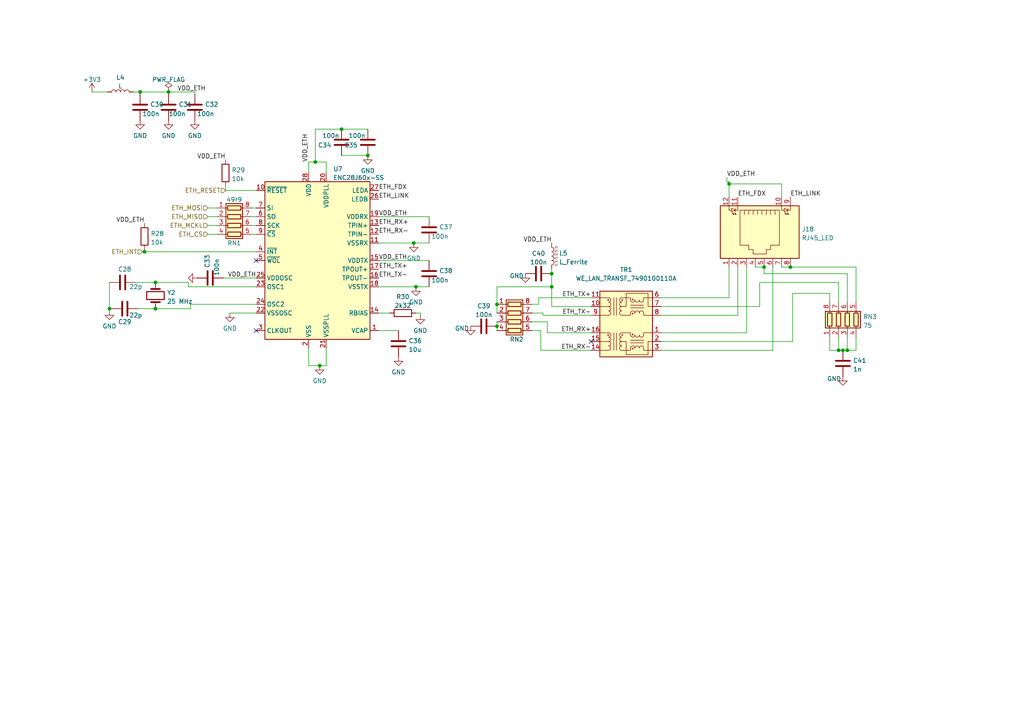
<source format=kicad_sch>
(kicad_sch (version 20211123) (generator eeschema)
  (paper "A4")
  (lib_symbols
    (symbol "Connector:RJ45_LED" (pin_names (offset 1.016))
      (property "Reference" "J" (at -5.08 13.97 0))
      (property "Value" "RJ45_LED" (at 1.27 13.97 0))
      (symbol "RJ45_LED_0_1"
        (polyline (pts (xy -7.62 -7.62) (xy -6.35 -7.62)))
        (polyline (pts (xy -7.62 -5.08) (xy -6.35 -5.08)))
        (polyline (pts (xy -7.62 7.62) (xy -6.35 7.62)))
        (polyline (pts (xy -7.62 10.16) (xy -6.35 10.16)))
        (polyline (pts (xy -6.858 -5.842) (xy -5.842 -5.842)))
        (polyline (pts (xy -6.858 9.398) (xy -5.842 9.398)))
        (polyline (pts (xy -6.35 -7.62) (xy -6.35 -6.858)))
        (polyline (pts (xy -6.35 -5.08) (xy -6.35 -5.842)))
        (polyline (pts (xy -6.35 7.62) (xy -6.35 8.382)))
        (polyline (pts (xy -6.35 10.16) (xy -6.35 9.398)))
        (polyline (pts (xy -5.08 -6.223) (xy -5.207 -6.604)))
        (polyline (pts (xy -5.08 -5.588) (xy -5.207 -5.969)))
        (polyline (pts (xy -5.08 4.445) (xy -6.35 4.445)))
        (polyline (pts (xy -5.08 5.715) (xy -6.35 5.715)))
        (polyline (pts (xy -5.08 9.017) (xy -5.207 8.636)))
        (polyline (pts (xy -5.08 9.652) (xy -5.207 9.271)))
        (polyline (pts (xy -6.35 -3.175) (xy -5.08 -3.175) (xy -5.08 -3.175)))
        (polyline (pts (xy -6.35 -1.905) (xy -5.08 -1.905) (xy -5.08 -1.905)))
        (polyline (pts (xy -6.35 -0.635) (xy -5.08 -0.635) (xy -5.08 -0.635)))
        (polyline (pts (xy -6.35 0.635) (xy -5.08 0.635) (xy -5.08 0.635)))
        (polyline (pts (xy -6.35 1.905) (xy -5.08 1.905) (xy -5.08 1.905)))
        (polyline (pts (xy -5.588 -6.731) (xy -5.08 -6.223) (xy -5.461 -6.35)))
        (polyline (pts (xy -5.588 -6.096) (xy -5.08 -5.588) (xy -5.461 -5.715)))
        (polyline (pts (xy -5.588 8.509) (xy -5.08 9.017) (xy -5.461 8.89)))
        (polyline (pts (xy -5.588 9.144) (xy -5.08 9.652) (xy -5.461 9.525)))
        (polyline (pts (xy -5.08 3.175) (xy -6.35 3.175) (xy -6.35 3.175)))
        (polyline (pts (xy -6.35 -5.842) (xy -6.858 -6.858) (xy -5.842 -6.858) (xy -6.35 -5.842)))
        (polyline (pts (xy -6.35 9.398) (xy -6.858 8.382) (xy -5.842 8.382) (xy -6.35 9.398)))
        (polyline (pts (xy -6.35 -4.445) (xy -6.35 6.985) (xy 3.81 6.985) (xy 3.81 4.445) (xy 5.08 4.445) (xy 5.08 3.175) (xy 6.35 3.175) (xy 6.35 -0.635) (xy 5.08 -0.635) (xy 5.08 -1.905) (xy 3.81 -1.905) (xy 3.81 -4.445) (xy -6.35 -4.445) (xy -6.35 -4.445)))
        (rectangle (start 7.62 12.7) (end -7.62 -10.16) (stroke (width 0.254)) (fill (type background)))
      )
      (symbol "RJ45_LED_1_1"
        (pin passive line (at 10.16 -7.62 180) (length 2.54) (name "~") (number "1"))
        (pin passive line (at -10.16 7.62 0) (length 2.54) (name "~") (number "10"))
        (pin passive line (at -10.16 -5.08 0) (length 2.54) (name "~") (number "11"))
        (pin passive line (at -10.16 -7.62 0) (length 2.54) (name "~") (number "12"))
        (pin passive line (at 10.16 -5.08 180) (length 2.54) (name "~") (number "2"))
        (pin passive line (at 10.16 -2.54 180) (length 2.54) (name "~") (number "3"))
        (pin passive line (at 10.16 0 180) (length 2.54) (name "~") (number "4"))
        (pin passive line (at 10.16 2.54 180) (length 2.54) (name "~") (number "5"))
        (pin passive line (at 10.16 5.08 180) (length 2.54) (name "~") (number "6"))
        (pin passive line (at 10.16 7.62 180) (length 2.54) (name "~") (number "7"))
        (pin passive line (at 10.16 10.16 180) (length 2.54) (name "~") (number "8"))
        (pin passive line (at -10.16 10.16 0) (length 2.54) (name "~") (number "9"))
      )
    )
    (symbol "Device:C" (pin_numbers hide) (pin_names (offset 0.254))
      (property "Reference" "C" (at 0.635 2.54 0))
      (property "Value" "C" (at 0.635 -2.54 0))
      (symbol "C_0_1"
        (polyline (pts (xy -2.032 -0.762) (xy 2.032 -0.762)) (stroke (width 0.508)))
        (polyline (pts (xy -2.032 0.762) (xy 2.032 0.762)) (stroke (width 0.508)))
      )
      (symbol "C_1_1"
        (pin passive line (at 0 3.81 270) (length 2.794) (name "~") (number "1"))
        (pin passive line (at 0 -3.81 90) (length 2.794) (name "~") (number "2"))
      )
    )
    (symbol "Device:Crystal" (pin_numbers hide) (pin_names (offset 1.016) hide)
      (property "Reference" "Y" (at 0 3.81 0))
      (property "Value" "Crystal" (at 0 -3.81 0))
      (symbol "Crystal_0_1"
        (rectangle (start -1.143 2.54) (end 1.143 -2.54) (stroke (width 0.3048)))
        (polyline (pts (xy -2.54 0) (xy -1.905 0)))
        (polyline (pts (xy -1.905 -1.27) (xy -1.905 1.27)) (stroke (width 0.508)))
        (polyline (pts (xy 1.905 -1.27) (xy 1.905 1.27)) (stroke (width 0.508)))
        (polyline (pts (xy 2.54 0) (xy 1.905 0)))
      )
      (symbol "Crystal_1_1"
        (pin passive line (at -3.81 0 0) (length 1.27) (name "1") (number "1"))
        (pin passive line (at 3.81 0 180) (length 1.27) (name "2") (number "2"))
      )
    )
    (symbol "Device:L" (pin_numbers hide) (pin_names (offset 1.016) hide)
      (property "Reference" "L" (at -1.27 0 90))
      (property "Value" "L" (at 1.905 0 90))
      (symbol "L_0_1"
        (arc (start 0 -2.54) (mid 0.635 -1.905) (end 0 -1.27))
        (arc (start 0 -1.27) (mid 0.635 -0.635) (end 0 0))
        (arc (start 0 0) (mid 0.635 0.635) (end 0 1.27))
        (arc (start 0 1.27) (mid 0.635 1.905) (end 0 2.54))
      )
      (symbol "L_1_1"
        (pin passive line (at 0 3.81 270) (length 1.27) (name "1") (number "1"))
        (pin passive line (at 0 -3.81 90) (length 1.27) (name "2") (number "2"))
      )
    )
    (symbol "Device:L_Ferrite" (pin_numbers hide) (pin_names (offset 1.016) hide)
      (property "Reference" "L" (at -1.27 0 90))
      (property "Value" "L_Ferrite" (at 2.794 0 90))
      (symbol "L_Ferrite_0_1"
        (arc (start 0 -2.54) (mid 0.635 -1.905) (end 0 -1.27))
        (arc (start 0 -1.27) (mid 0.635 -0.635) (end 0 0))
        (polyline (pts (xy 1.016 -2.794) (xy 1.016 -2.286)))
        (polyline (pts (xy 1.016 -1.778) (xy 1.016 -1.27)))
        (polyline (pts (xy 1.016 -0.762) (xy 1.016 -0.254)))
        (polyline (pts (xy 1.016 0.254) (xy 1.016 0.762)))
        (polyline (pts (xy 1.016 1.27) (xy 1.016 1.778)))
        (polyline (pts (xy 1.016 2.286) (xy 1.016 2.794)))
        (polyline (pts (xy 1.524 -2.286) (xy 1.524 -2.794)))
        (polyline (pts (xy 1.524 -1.27) (xy 1.524 -1.778)))
        (polyline (pts (xy 1.524 -0.254) (xy 1.524 -0.762)))
        (polyline (pts (xy 1.524 0.762) (xy 1.524 0.254)))
        (polyline (pts (xy 1.524 1.778) (xy 1.524 1.27)))
        (polyline (pts (xy 1.524 2.794) (xy 1.524 2.286)))
        (arc (start 0 0) (mid 0.635 0.635) (end 0 1.27))
        (arc (start 0 1.27) (mid 0.635 1.905) (end 0 2.54))
      )
      (symbol "L_Ferrite_1_1"
        (pin passive line (at 0 3.81 270) (length 1.27) (name "1") (number "1"))
        (pin passive line (at 0 -3.81 90) (length 1.27) (name "2") (number "2"))
      )
    )
    (symbol "Device:R" (pin_numbers hide) (pin_names (offset 0))
      (property "Reference" "R" (at 2.032 0 90))
      (property "Value" "R" (at 0 0 90))
      (symbol "R_0_1"
        (rectangle (start -1.016 -2.54) (end 1.016 2.54) (stroke (width 0.254)))
      )
      (symbol "R_1_1"
        (pin passive line (at 0 3.81 270) (length 1.27) (name "~") (number "1"))
        (pin passive line (at 0 -3.81 90) (length 1.27) (name "~") (number "2"))
      )
    )
    (symbol "Device:R_Pack04" (pin_names (offset 0) hide)
      (property "Reference" "RN" (at -7.62 0 90))
      (property "Value" "R_Pack04" (at 5.08 0 90))
      (symbol "R_Pack04_0_1"
        (rectangle (start -6.35 -2.413) (end 3.81 2.413) (stroke (width 0.254)) (fill (type background)))
        (rectangle (start -5.715 1.905) (end -4.445 -1.905) (stroke (width 0.254)))
        (rectangle (start -3.175 1.905) (end -1.905 -1.905) (stroke (width 0.254)))
        (rectangle (start -0.635 1.905) (end 0.635 -1.905) (stroke (width 0.254)))
        (polyline (pts (xy -5.08 -2.54) (xy -5.08 -1.905)))
        (polyline (pts (xy -5.08 1.905) (xy -5.08 2.54)))
        (polyline (pts (xy -2.54 -2.54) (xy -2.54 -1.905)))
        (polyline (pts (xy -2.54 1.905) (xy -2.54 2.54)))
        (polyline (pts (xy 0 -2.54) (xy 0 -1.905)))
        (polyline (pts (xy 0 1.905) (xy 0 2.54)))
        (polyline (pts (xy 2.54 -2.54) (xy 2.54 -1.905)))
        (polyline (pts (xy 2.54 1.905) (xy 2.54 2.54)))
        (rectangle (start 1.905 1.905) (end 3.175 -1.905) (stroke (width 0.254)))
      )
      (symbol "R_Pack04_1_1"
        (pin passive line (at -5.08 -5.08 90) (length 2.54) (name "R1.1") (number "1"))
        (pin passive line (at -2.54 -5.08 90) (length 2.54) (name "R2.1") (number "2"))
        (pin passive line (at 0 -5.08 90) (length 2.54) (name "R3.1") (number "3"))
        (pin passive line (at 2.54 -5.08 90) (length 2.54) (name "R4.1") (number "4"))
        (pin passive line (at 2.54 5.08 270) (length 2.54) (name "R4.2") (number "5"))
        (pin passive line (at 0 5.08 270) (length 2.54) (name "R3.2") (number "6"))
        (pin passive line (at -2.54 5.08 270) (length 2.54) (name "R2.2") (number "7"))
        (pin passive line (at -5.08 5.08 270) (length 2.54) (name "R1.2") (number "8"))
      )
    )
    (symbol "Interface_Ethernet:ENC28J60x-SS"
      (property "Reference" "U" (at -13.97 24.13 0))
      (property "Value" "ENC28J60x-SS" (at 5.08 24.13 0))
      (symbol "ENC28J60x-SS_0_1"
        (rectangle (start -15.24 22.86) (end 15.24 -22.86) (stroke (width 0.254)) (fill (type background)))
      )
      (symbol "ENC28J60x-SS_1_1"
        (pin input line (at 17.78 -20.32 180) (length 2.54) (name "VCAP") (number "1"))
        (pin input line (at -17.78 20.32 0) (length 2.54) (name "~{RESET}") (number "10"))
        (pin power_in line (at 17.78 5.08 180) (length 2.54) (name "VSSRX") (number "11"))
        (pin input line (at 17.78 7.62 180) (length 2.54) (name "TPIN-") (number "12"))
        (pin input line (at 17.78 10.16 180) (length 2.54) (name "TPIN+") (number "13"))
        (pin input line (at 17.78 -15.24 180) (length 2.54) (name "RBIAS") (number "14"))
        (pin power_in line (at 17.78 0 180) (length 2.54) (name "VDDTX") (number "15"))
        (pin output line (at 17.78 -5.08 180) (length 2.54) (name "TPOUT-") (number "16"))
        (pin output line (at 17.78 -2.54 180) (length 2.54) (name "TPOUT+") (number "17"))
        (pin power_in line (at 17.78 -7.62 180) (length 2.54) (name "VSSTX") (number "18"))
        (pin power_in line (at 17.78 12.7 180) (length 2.54) (name "VDDRX") (number "19"))
        (pin power_in line (at -2.54 -25.4 90) (length 2.54) (name "VSS") (number "2"))
        (pin power_in line (at 2.54 25.4 270) (length 2.54) (name "VDDPLL") (number "20"))
        (pin power_in line (at 2.54 -25.4 90) (length 2.54) (name "VSSPLL") (number "21"))
        (pin power_in line (at -17.78 -15.24 0) (length 2.54) (name "VSSOSC") (number "22"))
        (pin input line (at -17.78 -7.62 0) (length 2.54) (name "OSC1") (number "23"))
        (pin input line (at -17.78 -12.7 0) (length 2.54) (name "OSC2") (number "24"))
        (pin power_in line (at -17.78 -5.08 0) (length 2.54) (name "VDDOSC") (number "25"))
        (pin output line (at 17.78 17.78 180) (length 2.54) (name "LEDB") (number "26"))
        (pin output line (at 17.78 20.32 180) (length 2.54) (name "LEDA") (number "27"))
        (pin power_in line (at -2.54 25.4 270) (length 2.54) (name "VDD") (number "28"))
        (pin output line (at -17.78 -20.32 0) (length 2.54) (name "CLKOUT") (number "3"))
        (pin output line (at -17.78 2.54 0) (length 2.54) (name "~{INT}") (number "4"))
        (pin output line (at -17.78 0 0) (length 2.54) (name "~{WOL}") (number "5"))
        (pin output line (at -17.78 12.7 0) (length 2.54) (name "SO") (number "6"))
        (pin input line (at -17.78 15.24 0) (length 2.54) (name "SI") (number "7"))
        (pin input line (at -17.78 10.16 0) (length 2.54) (name "SCK") (number "8"))
        (pin input line (at -17.78 7.62 0) (length 2.54) (name "~{CS}") (number "9"))
      )
    )
    (symbol "myLibrary:GND" (power) (pin_names (offset 0))
      (property "Value" "GND" (at 0 -3.81 0))
      (symbol "GND_0_1"
        (polyline (pts (xy 0 0) (xy 0 -1.27) (xy 1.27 -1.27) (xy 0 -2.54) (xy -1.27 -1.27) (xy 0 -1.27)))
      )
      (symbol "GND_1_1"
        (pin power_in line (at 0 0 270) (length 0) hide (name "GND") (number "1"))
      )
    )
    (symbol "myLibrary:WE_LAN_TRANSF_7490100110A" (pin_names hide)
      (property "Reference" "TR" (at 0 10.795 0))
      (property "Value" "WE_LAN_TRANSF_7490100110A" (at 0 -10.795 0))
      (property "rs" "135-3919" (at 0 0 0))
      (symbol "WE_LAN_TRANSF_7490100110A_0_1"
        (rectangle (start -7.62 9.525) (end 7.62 -9.525) (stroke (width 0.254)) (fill (type background)))
        (circle (center -5.207 6.985) (radius 0.1778))
        (arc (start -5.08 6.35) (mid -4.445 6.985) (end -5.08 7.62))
        (polyline (pts (xy -5.08 2.54) (xy -7.62 2.54)))
        (polyline (pts (xy -5.08 5.08) (xy -7.62 5.08)))
        (polyline (pts (xy -5.08 7.62) (xy -7.62 7.62)))
        (polyline (pts (xy -3.556 -2.54) (xy -3.556 -7.62)))
        (polyline (pts (xy -3.556 2.54) (xy -3.556 7.62)))
        (polyline (pts (xy -2.794 -7.62) (xy -2.794 -2.54)))
        (polyline (pts (xy -2.794 7.62) (xy -2.794 2.54)))
        (polyline (pts (xy 1.27 4.699) (xy 5.08 4.699)))
        (polyline (pts (xy 1.27 5.461) (xy 5.08 5.461)))
        (polyline (pts (xy -1.27 2.54) (xy 1.27 2.54) (xy 1.27 3.175)))
        (polyline (pts (xy 1.27 6.985) (xy 1.27 7.62) (xy -1.27 7.62)))
        (polyline (pts (xy 5.08 3.175) (xy 5.08 2.54) (xy 7.62 2.54)))
        (polyline (pts (xy 5.08 6.985) (xy 5.08 7.62) (xy 7.62 7.62)))
        (polyline (pts (xy -1.27 5.08) (xy 0 5.08) (xy 0 8.89) (xy 6.35 8.89) (xy 6.35 5.08) (xy 7.62 5.08)))
      )
      (symbol "WE_LAN_TRANSF_7490100110A_1_1"
        (circle (center -5.207 -3.175) (radius 0.1778))
        (arc (start -5.08 -7.62) (mid -4.445 -6.985) (end -5.08 -6.35))
        (arc (start -5.08 -6.35) (mid -4.445 -5.715) (end -5.08 -5.08))
        (arc (start -5.08 -5.08) (mid -4.445 -4.445) (end -5.08 -3.81))
        (arc (start -5.08 -3.81) (mid -4.445 -3.175) (end -5.08 -2.54))
        (arc (start -5.08 2.54) (mid -4.445 3.175) (end -5.08 3.81))
        (arc (start -5.08 3.81) (mid -4.445 4.445) (end -5.08 5.08))
        (arc (start -5.08 5.08) (mid -4.445 5.715) (end -5.08 6.35))
        (arc (start -1.27 -6.35) (mid -1.905 -6.985) (end -1.27 -7.62))
        (arc (start -1.27 -5.08) (mid -1.905 -5.715) (end -1.27 -6.35))
        (arc (start -1.27 -3.81) (mid -1.905 -4.445) (end -1.27 -5.08))
        (arc (start -1.27 -2.54) (mid -1.905 -3.175) (end -1.27 -3.81))
        (arc (start -1.27 3.81) (mid -1.905 3.175) (end -1.27 2.54))
        (arc (start -1.27 5.08) (mid -1.905 4.445) (end -1.27 3.81))
        (arc (start -1.27 6.35) (mid -1.905 5.715) (end -1.27 5.08))
        (arc (start -1.27 7.62) (mid -1.905 6.985) (end -1.27 6.35))
        (circle (center -1.143 -3.175) (radius 0.1778))
        (circle (center -1.143 6.985) (radius 0.1778))
        (polyline (pts (xy -5.08 -7.62) (xy -7.62 -7.62)))
        (polyline (pts (xy -5.08 -5.08) (xy -7.62 -5.08)))
        (polyline (pts (xy -5.08 -2.54) (xy -7.62 -2.54)))
        (polyline (pts (xy 1.27 -5.461) (xy 5.08 -5.461)))
        (polyline (pts (xy 1.27 -4.699) (xy 5.08 -4.699)))
        (polyline (pts (xy -1.27 -7.62) (xy 1.27 -7.62) (xy 1.27 -6.985)))
        (polyline (pts (xy 1.27 -3.175) (xy 1.27 -2.54) (xy -1.27 -2.54)))
        (polyline (pts (xy 5.08 -6.985) (xy 5.08 -7.62) (xy 7.62 -7.62)))
        (polyline (pts (xy 5.08 -3.175) (xy 5.08 -2.54) (xy 7.62 -2.54)))
        (polyline (pts (xy 7.62 -5.08) (xy 6.35 -5.08) (xy 6.35 -8.89) (xy 0 -8.89) (xy 0 -5.08) (xy -1.27 -5.08)))
        (arc (start 1.27 -3.175) (mid 1.905 -3.81) (end 2.54 -3.175))
        (arc (start 1.27 6.985) (mid 1.905 6.35) (end 2.54 6.985))
        (circle (center 1.905 -7.112) (radius 0.1778))
        (circle (center 1.905 -3.048) (radius 0.1778))
        (circle (center 1.905 3.048) (radius 0.1778))
        (circle (center 1.905 7.112) (radius 0.1778))
        (arc (start 2.54 -6.985) (mid 1.905 -6.35) (end 1.27 -6.985))
        (arc (start 2.54 -3.175) (mid 3.175 -3.81) (end 3.81 -3.175))
        (arc (start 2.54 3.175) (mid 1.905 3.81) (end 1.27 3.175))
        (arc (start 2.54 6.985) (mid 3.175 6.35) (end 3.81 6.985))
        (arc (start 3.81 -6.985) (mid 3.175 -6.35) (end 2.54 -6.985))
        (arc (start 3.81 -3.175) (mid 4.445 -3.81) (end 5.08 -3.175))
        (arc (start 3.81 3.175) (mid 3.175 3.81) (end 2.54 3.175))
        (arc (start 3.81 6.985) (mid 4.445 6.35) (end 5.08 6.985))
        (arc (start 5.08 -6.985) (mid 4.445 -6.35) (end 3.81 -6.985))
        (arc (start 5.08 3.175) (mid 4.445 3.81) (end 3.81 3.175))
        (pin passive line (at 10.16 -2.54 180) (length 2.54) (name "TX-") (number "1"))
        (pin passive line (at -10.16 5.08 0) (length 2.54) (name "C_RD") (number "10"))
        (pin passive line (at -10.16 7.62 0) (length 2.54) (name "RD-") (number "11"))
        (pin passive line (at -10.16 -7.62 0) (length 2.54) (name "TD+") (number "14"))
        (pin passive line (at -10.16 -5.08 0) (length 2.54) (name "C_TD") (number "15"))
        (pin passive line (at -10.16 -2.54 0) (length 2.54) (name "TD-") (number "16"))
        (pin passive line (at 10.16 -5.08 180) (length 2.54) (name "C_TX") (number "2"))
        (pin passive line (at 10.16 -7.62 180) (length 2.54) (name "TX+") (number "3"))
        (pin passive line (at 10.16 7.62 180) (length 2.54) (name "RX-") (number "6"))
        (pin passive line (at 10.16 5.08 180) (length 2.54) (name "C_RX") (number "7"))
        (pin passive line (at 10.16 2.54 180) (length 2.54) (name "RX+") (number "8"))
        (pin passive line (at -10.16 2.54 0) (length 2.54) (name "RD+") (number "9"))
      )
    )
    (symbol "power:+3V3" (power) (pin_names (offset 0))
      (property "Value" "+3V3" (at 0 3.556 0))
      (symbol "+3V3_0_1"
        (polyline (pts (xy -0.762 1.27) (xy 0 2.54)))
        (polyline (pts (xy 0 0) (xy 0 2.54)))
        (polyline (pts (xy 0 2.54) (xy 0.762 1.27)))
      )
      (symbol "+3V3_1_1"
        (pin power_in line (at 0 0 90) (length 0) hide (name "+3V3") (number "1"))
      )
    )
    (symbol "power:PWR_FLAG" (power) (pin_numbers hide) (pin_names (offset 0) hide)
      (property "Value" "PWR_FLAG" (at 0 3.81 0))
      (symbol "PWR_FLAG_0_0"
        (pin power_out line (at 0 0 90) (length 0) (name "pwr") (number "1"))
      )
      (symbol "PWR_FLAG_0_1"
        (polyline (pts (xy 0 0) (xy 0 1.27) (xy -1.016 1.905) (xy 0 2.54) (xy 1.016 1.905) (xy 0 1.27)))
      )
    )
  )
  (junction (at 244.475 101.6))
  (junction (at 229.235 77.47))
  (junction (at 31.75 89.535))
  (junction (at 45.085 89.535))
  (junction (at 91.44 46.99))
  (junction (at 45.085 81.915))
  (junction (at 144.145 88.265))
  (junction (at 160.02 83.185))
  (junction (at 221.615 77.47))
  (junction (at 40.64 26.67))
  (junction (at 120.65 83.185))
  (junction (at 92.71 106.045))
  (junction (at 106.68 45.085))
  (junction (at 245.745 101.6))
  (junction (at 120.015 70.485))
  (junction (at 144.145 94.615))
  (junction (at 160.02 79.375))
  (junction (at 243.205 101.6))
  (junction (at 41.91 73.025))
  (junction (at 211.455 53.34))
  (junction (at 48.895 26.67))
  (junction (at 99.06 37.465))
  (no_connect (at 74.295 95.885))
  (no_connect (at 171.45 99.06))
  (no_connect (at 74.295 75.565))
  (wire (pts (xy 171.45 88.9) (xy 160.02 88.9)))
  (wire (pts (xy 157.48 90.805) (xy 154.305 90.805)))
  (wire (pts (xy 60.325 67.945) (xy 62.865 67.945)))
  (wire (pts (xy 26.67 26.67) (xy 31.115 26.67)))
  (wire (pts (xy 240.665 85.09) (xy 240.665 87.63)))
  (wire (pts (xy 89.535 100.965) (xy 89.535 106.045)))
  (wire (pts (xy 144.145 94.615) (xy 144.145 95.885)))
  (wire (pts (xy 240.665 101.6) (xy 243.205 101.6)))
  (wire (pts (xy 31.75 89.535) (xy 32.385 89.535)))
  (wire (pts (xy 60.325 62.865) (xy 62.865 62.865)))
  (wire (pts (xy 216.535 96.52) (xy 216.535 77.47)))
  (wire (pts (xy 54.61 83.185) (xy 54.61 81.915)))
  (wire (pts (xy 245.745 97.79) (xy 245.745 101.6)))
  (wire (pts (xy 40.005 89.535) (xy 45.085 89.535)))
  (wire (pts (xy 213.995 91.44) (xy 213.995 77.47)))
  (wire (pts (xy 109.855 75.565) (xy 124.46 75.565)))
  (wire (pts (xy 31.75 81.915) (xy 31.75 89.535)))
  (wire (pts (xy 160.02 78.105) (xy 160.02 79.375)))
  (wire (pts (xy 99.06 37.465) (xy 106.68 37.465)))
  (wire (pts (xy 54.61 81.915) (xy 45.085 81.915)))
  (wire (pts (xy 154.305 88.265) (xy 156.21 88.265)))
  (wire (pts (xy 160.02 83.185) (xy 160.02 88.9)))
  (wire (pts (xy 219.075 77.47) (xy 221.615 77.47)))
  (wire (pts (xy 94.615 100.965) (xy 94.615 106.045)))
  (wire (pts (xy 120.65 90.805) (xy 121.92 90.805)))
  (wire (pts (xy 156.21 86.36) (xy 171.45 86.36)))
  (wire (pts (xy 94.615 46.99) (xy 91.44 46.99)))
  (wire (pts (xy 156.21 88.265) (xy 156.21 86.36)))
  (wire (pts (xy 99.06 45.085) (xy 106.68 45.085)))
  (wire (pts (xy 220.345 81.915) (xy 220.345 88.9)))
  (wire (pts (xy 158.75 96.52) (xy 171.45 96.52)))
  (wire (pts (xy 64.77 80.645) (xy 74.295 80.645)))
  (wire (pts (xy 109.855 90.805) (xy 113.03 90.805)))
  (wire (pts (xy 55.245 89.535) (xy 55.245 88.265)))
  (wire (pts (xy 224.155 77.47) (xy 224.155 101.6)))
  (wire (pts (xy 226.695 77.47) (xy 229.235 77.47)))
  (wire (pts (xy 158.75 93.345) (xy 158.75 96.52)))
  (wire (pts (xy 229.87 99.06) (xy 229.87 85.09)))
  (wire (pts (xy 73.025 65.405) (xy 74.295 65.405)))
  (wire (pts (xy 191.77 96.52) (xy 216.535 96.52)))
  (wire (pts (xy 248.285 97.79) (xy 248.285 101.6)))
  (wire (pts (xy 243.205 101.6) (xy 244.475 101.6)))
  (wire (pts (xy 60.325 65.405) (xy 62.865 65.405)))
  (wire (pts (xy 210.82 52.705) (xy 210.82 51.435)))
  (wire (pts (xy 160.02 79.375) (xy 160.02 83.185)))
  (wire (pts (xy 55.245 88.265) (xy 74.295 88.265)))
  (wire (pts (xy 245.745 101.6) (xy 244.475 101.6)))
  (wire (pts (xy 89.535 106.045) (xy 92.71 106.045)))
  (wire (pts (xy 171.45 91.44) (xy 157.48 91.44)))
  (wire (pts (xy 73.025 62.865) (xy 74.295 62.865)))
  (wire (pts (xy 157.48 91.44) (xy 157.48 90.805)))
  (wire (pts (xy 41.275 73.025) (xy 41.91 73.025)))
  (wire (pts (xy 243.205 87.63) (xy 243.205 81.915)))
  (wire (pts (xy 74.295 83.185) (xy 54.61 83.185)))
  (wire (pts (xy 211.455 57.15) (xy 211.455 53.34)))
  (wire (pts (xy 73.025 60.325) (xy 74.295 60.325)))
  (wire (pts (xy 248.285 87.63) (xy 248.285 77.47)))
  (wire (pts (xy 154.305 93.345) (xy 158.75 93.345)))
  (wire (pts (xy 109.855 70.485) (xy 120.015 70.485)))
  (wire (pts (xy 221.615 77.47) (xy 221.615 79.375)))
  (wire (pts (xy 156.845 101.6) (xy 171.45 101.6)))
  (wire (pts (xy 156.845 95.885) (xy 156.845 101.6)))
  (wire (pts (xy 73.025 67.945) (xy 74.295 67.945)))
  (wire (pts (xy 226.695 57.15) (xy 226.695 53.34)))
  (wire (pts (xy 91.44 37.465) (xy 91.44 46.99)))
  (wire (pts (xy 94.615 50.165) (xy 94.615 46.99)))
  (wire (pts (xy 120.015 70.485) (xy 124.46 70.485)))
  (wire (pts (xy 191.77 86.36) (xy 211.455 86.36)))
  (wire (pts (xy 144.145 88.265) (xy 144.145 90.805)))
  (wire (pts (xy 245.745 87.63) (xy 245.745 79.375)))
  (wire (pts (xy 211.455 53.34) (xy 211.455 52.705)))
  (wire (pts (xy 144.145 93.345) (xy 144.145 94.615)))
  (wire (pts (xy 160.02 83.185) (xy 144.145 83.185)))
  (wire (pts (xy 91.44 46.99) (xy 89.535 46.99)))
  (wire (pts (xy 66.675 90.805) (xy 74.295 90.805)))
  (wire (pts (xy 109.855 83.185) (xy 120.65 83.185)))
  (wire (pts (xy 120.65 83.185) (xy 124.46 83.185)))
  (wire (pts (xy 226.695 53.34) (xy 211.455 53.34)))
  (wire (pts (xy 144.145 83.185) (xy 144.145 88.265)))
  (wire (pts (xy 243.205 81.915) (xy 220.345 81.915)))
  (wire (pts (xy 38.735 26.67) (xy 40.64 26.67)))
  (wire (pts (xy 74.295 55.245) (xy 65.405 55.245)))
  (wire (pts (xy 248.285 101.6) (xy 245.745 101.6)))
  (wire (pts (xy 248.285 77.47) (xy 229.235 77.47)))
  (wire (pts (xy 191.77 99.06) (xy 229.87 99.06)))
  (wire (pts (xy 109.855 95.885) (xy 115.57 95.885)))
  (wire (pts (xy 48.895 26.67) (xy 48.895 27.305)))
  (wire (pts (xy 154.305 95.885) (xy 156.845 95.885)))
  (wire (pts (xy 109.855 62.865) (xy 124.46 62.865)))
  (wire (pts (xy 211.455 86.36) (xy 211.455 77.47)))
  (wire (pts (xy 45.085 89.535) (xy 55.245 89.535)))
  (wire (pts (xy 41.91 73.025) (xy 41.91 72.39)))
  (wire (pts (xy 121.92 90.805) (xy 121.92 91.44)))
  (wire (pts (xy 60.325 60.325) (xy 62.865 60.325)))
  (wire (pts (xy 220.345 88.9) (xy 191.77 88.9)))
  (wire (pts (xy 94.615 106.045) (xy 92.71 106.045)))
  (wire (pts (xy 245.745 79.375) (xy 221.615 79.375)))
  (wire (pts (xy 243.205 97.79) (xy 243.205 101.6)))
  (wire (pts (xy 191.77 91.44) (xy 213.995 91.44)))
  (wire (pts (xy 229.87 85.09) (xy 240.665 85.09)))
  (wire (pts (xy 211.455 52.705) (xy 210.82 52.705)))
  (wire (pts (xy 40.64 26.67) (xy 48.895 26.67)))
  (wire (pts (xy 41.91 73.025) (xy 74.295 73.025)))
  (wire (pts (xy 191.77 101.6) (xy 224.155 101.6)))
  (wire (pts (xy 39.37 81.915) (xy 45.085 81.915)))
  (wire (pts (xy 48.895 26.67) (xy 56.515 26.67)))
  (wire (pts (xy 40.64 26.67) (xy 40.64 27.305)))
  (wire (pts (xy 56.515 26.67) (xy 56.515 27.305)))
  (wire (pts (xy 89.535 46.99) (xy 89.535 50.165)))
  (wire (pts (xy 240.665 97.79) (xy 240.665 101.6)))
  (wire (pts (xy 65.405 55.245) (xy 65.405 53.975)))
  (wire (pts (xy 31.75 89.535) (xy 31.75 90.17)))
  (wire (pts (xy 99.06 37.465) (xy 91.44 37.465)))
  (label "ETH_TX+" (at 109.855 78.105 0))
  (label "VDD_ETH" (at 210.82 51.435 0))
  (label "ETH_FDX" (at 109.855 55.245 0))
  (label "ETH_TX+" (at 171.45 86.36 180))
  (label "VDD_ETH" (at 41.91 64.77 180))
  (label "ETH_RX+" (at 109.855 65.405 0))
  (label "ETH_RX+" (at 171.45 96.52 180))
  (label "ETH_LINK" (at 229.235 57.15 0))
  (label "VDD_ETH" (at 51.435 26.67 0))
  (label "VDD_ETH" (at 74.295 80.645 180))
  (label "ETH_FDX" (at 213.995 57.15 0))
  (label "ETH_RX-" (at 109.855 67.945 0))
  (label "ETH_TX-" (at 171.45 91.44 180))
  (label "VDD_ETH" (at 65.405 46.355 180))
  (label "ETH_TX-" (at 109.855 80.645 0))
  (label "ETH_RX-" (at 171.45 101.6 180))
  (label "VDD_ETH" (at 109.855 62.865 0))
  (label "VDD_ETH" (at 160.02 70.485 180))
  (label "VDD_ETH" (at 89.535 46.99 90))
  (label "VDD_ETH" (at 109.855 75.565 0))
  (label "ETH_LINK" (at 109.855 57.785 0))
  (hierarchical_label "ETH_CS" (shape input) (at 60.325 67.945 180))
  (hierarchical_label "ETH_RESET" (shape input) (at 65.405 55.245 180))
  (hierarchical_label "ETH_MOSI" (shape input) (at 60.325 60.325 180))
  (hierarchical_label "ETH_INT" (shape input) (at 41.275 73.025 180))
  (hierarchical_label "ETH_MCKL" (shape input) (at 60.325 65.405 180))
  (hierarchical_label "ETH_MISO" (shape input) (at 60.325 62.865 180))
  (symbol (lib_id "power:PWR_FLAG") (at 48.895 26.67 0) (unit 1)
    (property "Reference" "#FLG0103" (effects hide))
    (property "Value" "PWR_FLAG" (at 48.895 23.0942 0))
  )
  (symbol (lib_id "Device:C") (at 244.475 105.41 0) (unit 1)
    (property "Reference" "C41" (at 247.396 104.5753 0) (effects (justify left)))
    (property "Value" "1n" (at 247.396 107.1122 0) (effects (justify left)))
    (property "Footprint" "Capacitor_SMD:C_0201_0603Metric_Pad0.64x0.40mm_HandSolder" (effects hide))
  )
  (symbol (lib_id "myLibrary:GND") (at 115.57 103.505 0) (unit 1)
    (property "Reference" "#PWR0129" (effects hide))
    (property "Value" "GND" (at 115.57 107.9484 0))
  )
  (symbol (lib_id "myLibrary:GND") (at 106.68 45.085 0) (unit 1)
    (property "Reference" "#PWR0134" (effects hide))
    (property "Value" "GND" (at 106.68 49.5284 0))
  )
  (symbol (lib_id "myLibrary:GND") (at 121.92 91.44 0) (unit 1)
    (property "Reference" "#PWR0130" (effects hide))
    (property "Value" "GND" (at 121.92 95.8834 0))
  )
  (symbol (lib_id "Device:C") (at 124.46 66.675 0) (unit 1)
    (property "Reference" "C37" (at 127.381 65.8403 0) (effects (justify left)))
    (property "Value" "100n" (at 125.095 68.58 0) (effects (justify left)))
    (property "Footprint" "Capacitor_SMD:C_0603_1608Metric_Pad1.08x0.95mm_HandSolder" (effects hide))
  )
  (symbol (lib_id "Device:C") (at 140.335 94.615 90) (unit 1)
    (property "Reference" "C39" (at 140.335 88.7562 90))
    (property "Value" "100n" (at 140.335 91.2931 90))
    (property "Footprint" "Capacitor_SMD:C_0201_0603Metric_Pad0.64x0.40mm_HandSolder" (effects hide))
  )
  (symbol (lib_id "myLibrary:GND") (at 48.895 34.925 0) (unit 1)
    (property "Reference" "#PWR0137" (effects hide))
    (property "Value" "GND" (at 48.895 39.3684 0))
  )
  (symbol (lib_id "myLibrary:GND") (at 152.4 79.375 0) (unit 1)
    (property "Reference" "#PWR0127" (effects hide))
    (property "Value" "GND" (at 149.86 80.01 0))
  )
  (symbol (lib_id "myLibrary:GND") (at 66.675 90.805 0) (unit 1)
    (property "Reference" "#PWR0135" (effects hide))
    (property "Value" "GND" (at 66.675 95.2484 0))
  )
  (symbol (lib_id "myLibrary:GND") (at 244.475 109.22 0) (unit 1)
    (property "Reference" "#PWR0132" (effects hide))
    (property "Value" "GND" (at 241.935 109.855 0))
  )
  (symbol (lib_id "myLibrary:GND") (at 120.015 70.485 0) (unit 1)
    (property "Reference" "#PWR0128" (effects hide))
    (property "Value" "GND" (at 120.015 74.9284 0))
  )
  (symbol (lib_id "Device:C") (at 36.195 89.535 90) (unit 1)
    (property "Reference" "C29" (at 36.195 93.345 90))
    (property "Value" "22p" (at 39.37 91.44 90))
    (property "Footprint" "Capacitor_SMD:C_0603_1608Metric_Pad1.08x0.95mm_HandSolder" (effects hide))
  )
  (symbol (lib_id "Device:C") (at 35.56 81.915 90) (unit 1)
    (property "Reference" "C28" (at 36.195 78.105 90))
    (property "Value" "22p" (at 39.37 83.185 90))
    (property "Footprint" "Capacitor_SMD:C_0603_1608Metric_Pad1.08x0.95mm_HandSolder" (effects hide))
  )
  (symbol (lib_id "Device:C") (at 48.895 31.115 0) (unit 1)
    (property "Reference" "C31" (at 51.816 30.2803 0) (effects (justify left)))
    (property "Value" "100n" (at 48.895 33.02 0) (effects (justify left)))
    (property "Footprint" "Capacitor_SMD:C_0603_1608Metric_Pad1.08x0.95mm_HandSolder" (effects hide))
  )
  (symbol (lib_id "myLibrary:GND") (at 31.75 90.17 0) (unit 1)
    (property "Reference" "#PWR0140" (effects hide))
    (property "Value" "GND" (at 31.75 94.6134 0))
  )
  (symbol (lib_id "Connector:RJ45_LED") (at 219.075 67.31 270) (unit 1)
    (property "Reference" "J18" (at 232.537 66.4753 90) (effects (justify left)))
    (property "Value" "RJ45_LED" (at 232.537 69.0122 90) (effects (justify left)))
    (property "Footprint" "Connector_RJ:RJ45_Amphenol_RJHSE538X" (effects hide))
  )
  (symbol (lib_id "myLibrary:GND") (at 136.525 94.615 0) (unit 1)
    (property "Reference" "#PWR0131" (effects hide))
    (property "Value" "GND" (at 133.985 95.25 0))
  )
  (symbol (lib_id "Device:C") (at 156.21 79.375 90) (unit 1)
    (property "Reference" "C40" (at 156.21 73.5162 90))
    (property "Value" "100n" (at 156.21 76.0531 90))
    (property "Footprint" "Capacitor_SMD:C_0201_0603Metric_Pad0.64x0.40mm_HandSolder" (effects hide))
  )
  (symbol (lib_id "myLibrary:GND") (at 40.64 34.925 0) (unit 1)
    (property "Reference" "#PWR0136" (effects hide))
    (property "Value" "GND" (at 40.64 39.3684 0))
  )
  (symbol (lib_id "Device:Crystal") (at 45.085 85.725 90) (unit 1)
    (property "Reference" "Y2" (at 48.4124 84.8903 90) (effects (justify right)))
    (property "Value" "25 MHz" (at 48.4124 87.4272 90) (effects (justify right)))
    (property "Footprint" "Crystal:Crystal_SMD_HC49-SD" (effects hide))
  )
  (symbol (lib_id "Device:C") (at 124.46 79.375 0) (unit 1)
    (property "Reference" "C38" (at 127.381 78.5403 0) (effects (justify left)))
    (property "Value" "100n" (at 125.095 81.28 0) (effects (justify left)))
    (property "Footprint" "Capacitor_SMD:C_0603_1608Metric_Pad1.08x0.95mm_HandSolder" (effects hide))
  )
  (symbol (lib_id "Device:C") (at 56.515 31.115 0) (unit 1)
    (property "Reference" "C32" (at 59.436 30.2803 0) (effects (justify left)))
    (property "Value" "100n" (at 57.15 33.02 0) (effects (justify left)))
    (property "Footprint" "Capacitor_SMD:C_0603_1608Metric_Pad1.08x0.95mm_HandSolder" (effects hide))
  )
  (symbol (lib_id "Device:C") (at 99.06 41.275 180) (unit 1)
    (property "Reference" "C34" (at 96.139 42.1097 0) (effects (justify left)))
    (property "Value" "100n" (at 98.425 39.37 0) (effects (justify left)))
    (property "Footprint" "Capacitor_SMD:C_0603_1608Metric_Pad1.08x0.95mm_HandSolder" (effects hide))
  )
  (symbol (lib_id "myLibrary:GND") (at 92.71 106.045 0) (unit 1)
    (property "Reference" "#PWR0147" (effects hide))
    (property "Value" "GND" (at 92.71 110.4884 0))
  )
  (symbol (lib_id "Device:R") (at 116.84 90.805 90) (unit 1)
    (property "Reference" "R30" (at 116.84 86.0892 90))
    (property "Value" "2k32" (at 116.84 88.6261 90))
    (property "Footprint" "Resistor_SMD:R_0201_0603Metric_Pad0.64x0.40mm_HandSolder" (effects hide))
  )
  (symbol (lib_id "Device:R") (at 65.405 50.165 0) (unit 1)
    (property "Reference" "R29" (at 67.183 49.3303 0) (effects (justify left)))
    (property "Value" "10k" (at 67.183 51.8672 0) (effects (justify left)))
    (property "Footprint" "Resistor_SMD:R_0201_0603Metric_Pad0.64x0.40mm_HandSolder" (effects hide))
  )
  (symbol (lib_id "Device:C") (at 40.64 31.115 0) (unit 1)
    (property "Reference" "C30" (at 43.561 30.2803 0) (effects (justify left)))
    (property "Value" "100n" (at 41.275 33.02 0) (effects (justify left)))
    (property "Footprint" "Capacitor_SMD:C_0603_1608Metric_Pad1.08x0.95mm_HandSolder" (effects hide))
  )
  (symbol (lib_id "myLibrary:GND") (at 56.515 34.925 0) (unit 1)
    (property "Reference" "#PWR0138" (effects hide))
    (property "Value" "GND" (at 56.515 39.3684 0))
  )
  (symbol (lib_id "Device:R_Pack04") (at 245.745 92.71 0) (unit 1)
    (property "Reference" "RN3" (at 250.317 91.8753 0) (effects (justify left)))
    (property "Value" "75" (at 250.317 94.4122 0) (effects (justify left)))
    (property "Footprint" "Resistor_SMD:R_Array_Convex_4x0612" (effects hide))
  )
  (symbol (lib_id "Device:L") (at 34.925 26.67 90) (unit 1)
    (property "Reference" "L4" (at 34.925 22.4622 90))
    (property "Value" "L" (at 34.925 24.9991 90))
    (property "Footprint" "Inductor_SMD:L_0603_1608Metric_Pad1.05x0.95mm_HandSolder" (effects hide))
    (property "Supplier and ref" "7241299" (effects hide))
  )
  (symbol (lib_id "Device:L_Ferrite") (at 160.02 74.295 0) (unit 1)
    (property "Reference" "L5" (at 162.179 73.4603 0) (effects (justify left)))
    (property "Value" "L_Ferrite" (at 162.179 75.9972 0) (effects (justify left)))
    (property "Footprint" "Inductor_SMD:L_0805_2012Metric_Pad1.15x1.40mm_HandSolder" (effects hide))
  )
  (symbol (lib_id "Device:R_Pack04") (at 149.225 93.345 270) (unit 1)
    (property "Reference" "RN2" (at 149.86 98.425 90))
    (property "Value" "R_Pack04" (effects hide))
    (property "Footprint" "Resistor_SMD:R_Array_Convex_4x0612" (effects hide))
  )
  (symbol (lib_id "Interface_Ethernet:ENC28J60x-SS") (at 92.075 75.565 0) (unit 1)
    (property "Reference" "U7" (at 96.6344 49.0052 0) (effects (justify left)))
    (property "Value" "ENC28J60x-SS" (at 96.6344 51.5421 0) (effects (justify left)))
    (property "Footprint" "Package_SO:SSOP-28_5.3x10.2mm_P0.65mm" (effects hide))
    (property "Datasheet" "http://ww1.microchip.com/downloads/en/devicedoc/39662e.pdf" (effects hide))
    (property "Supplier and ref" "770-7755" (effects hide))
  )
  (symbol (lib_id "Device:C") (at 115.57 99.695 0) (unit 1)
    (property "Reference" "C36" (at 118.491 98.8603 0) (effects (justify left)))
    (property "Value" "10u" (at 118.491 101.3972 0) (effects (justify left)))
    (property "Footprint" "Capacitor_Tantalum_SMD:CP_EIA-3528-21_Kemet-B_Pad1.50x2.35mm_HandSolder" (effects hide))
  )
  (symbol (lib_id "Device:C") (at 106.68 41.275 180) (unit 1)
    (property "Reference" "C35" (at 103.759 42.1097 0) (effects (justify left)))
    (property "Value" "100n" (at 106.045 39.37 0) (effects (justify left)))
    (property "Footprint" "Capacitor_SMD:C_0603_1608Metric_Pad1.08x0.95mm_HandSolder" (effects hide))
  )
  (symbol (lib_id "Device:R") (at 41.91 68.58 0) (unit 1)
    (property "Reference" "R28" (at 43.688 67.7453 0) (effects (justify left)))
    (property "Value" "10k" (at 43.688 70.2822 0) (effects (justify left)))
    (property "Footprint" "Resistor_SMD:R_0201_0603Metric_Pad0.64x0.40mm_HandSolder" (effects hide))
  )
  (symbol (lib_id "power:+3V3") (at 26.67 26.67 0) (unit 1)
    (property "Reference" "#PWR0139" (effects hide))
    (property "Value" "+3V3" (at 26.67 23.0942 0))
  )
  (symbol (lib_id "myLibrary:WE_LAN_TRANSF_7490100110A") (at 181.61 93.98 0) (unit 1)
    (property "Reference" "TR1" (at 181.61 78.2184 0))
    (property "Value" "WE_LAN_TRANSF_7490100110A" (at 181.61 80.7553 0))
    (property "Footprint" "footprints:LAN Ethernet Wurth Elektronik" (effects hide))
    (property "Supplier and ref" "135-3919" (effects hide))
  )
  (symbol (lib_id "myLibrary:GND") (at 120.65 83.185 0) (unit 1)
    (property "Reference" "#PWR0126" (effects hide))
    (property "Value" "GND" (at 120.65 87.6284 0))
  )
  (symbol (lib_id "Device:C") (at 60.96 80.645 90) (unit 1)
    (property "Reference" "C33" (at 60.1253 77.724 0) (effects (justify left)))
    (property "Value" "100n" (at 62.865 80.01 0) (effects (justify left)))
    (property "Footprint" "Capacitor_SMD:C_0603_1608Metric_Pad1.08x0.95mm_HandSolder" (effects hide))
  )
  (symbol (lib_id "myLibrary:GND") (at 57.15 80.645 270) (unit 1)
    (property "Reference" "#PWR0141" (effects hide))
    (property "Value" "GND" (effects hide))
  )
  (symbol (lib_id "Device:R_Pack04") (at 67.945 65.405 270) (unit 1)
    (property "Reference" "RN1" (at 67.945 70.485 90))
    (property "Value" "49r9" (at 67.945 57.8921 90))
    (property "Footprint" "Resistor_SMD:R_Array_Convex_4x0612" (effects hide))
  )
)
</source>
